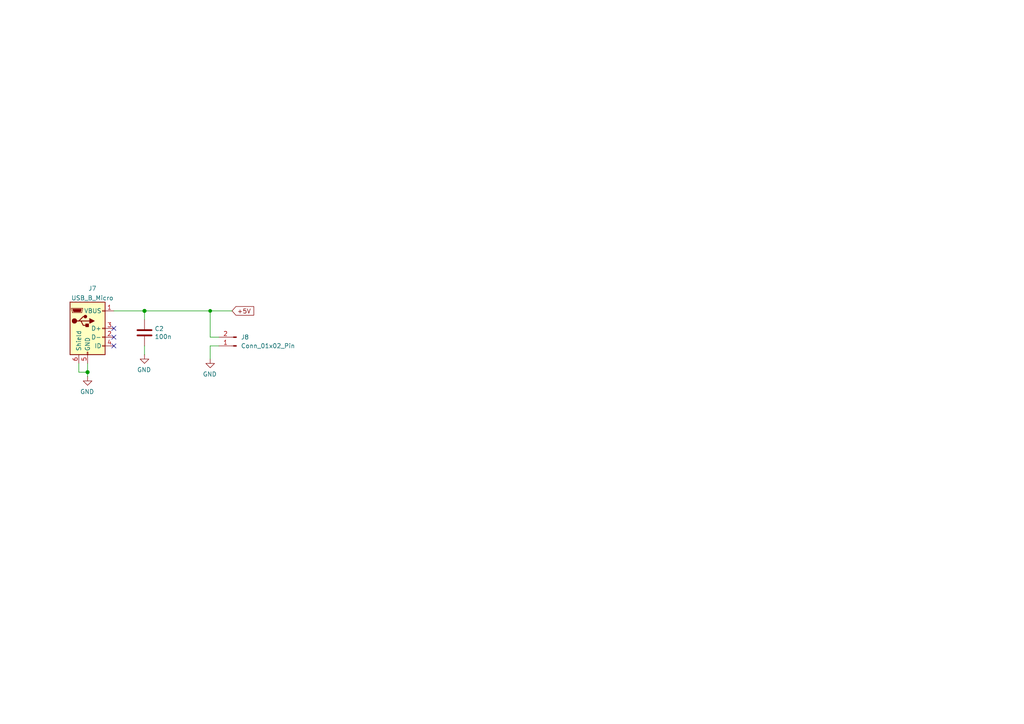
<source format=kicad_sch>
(kicad_sch (version 20231120) (generator "eeschema") (generator_version "8.0")
  (paper "A4")
  (lib_symbols
    (symbol "Connector:Conn_01x02_Pin" (pin_names (offset 1.016) hide)
      (property "Reference" "J" (at 0 2.54 0))
      (property "Value" "Conn_01x02_Pin" (at 0 -5.08 0))
      (symbol "Conn_01x02_Pin_1_1"
        (polyline (pts (xy 1.27 -2.54) (xy 0.8636 -2.54)) (stroke (width 0.1524)))
        (polyline (pts (xy 1.27 0) (xy 0.8636 0)) (stroke (width 0.1524)))
        (rectangle (start 0.8636 -2.413) (end 0 -2.667) (stroke (width 0.1524)) (fill (type outline)))
        (rectangle (start 0.8636 0.127) (end 0 -0.127) (stroke (width 0.1524)) (fill (type outline)))
        (pin passive line (at 5.08 0 180) (length 3.81) (name "Pin_1") (number "1"))
        (pin passive line (at 5.08 -2.54 180) (length 3.81) (name "Pin_2") (number "2"))
      )
    )
    (symbol "Connector:USB_B_Micro" (pin_names (offset 1.016))
      (property "Reference" "J" (at -5.08 11.43 0))
      (property "Value" "USB_B_Micro" (at -5.08 8.89 0))
      (symbol "USB_B_Micro_0_1"
        (rectangle (start -5.08 -7.62) (end 5.08 7.62) (stroke (width 0.254)) (fill (type background)))
        (circle (center -3.81 2.159) (radius 0.635) (stroke (width 0.254)) (fill (type outline)))
        (circle (center -0.635 3.429) (radius 0.381) (stroke (width 0.254)) (fill (type outline)))
        (rectangle (start -0.127 -7.62) (end 0.127 -6.858))
        (polyline (pts (xy -1.905 2.159) (xy 0.635 2.159)) (stroke (width 0.254)))
        (polyline (pts (xy -3.175 2.159) (xy -2.54 2.159) (xy -1.27 3.429) (xy -0.635 3.429)) (stroke (width 0.254)))
        (polyline (pts (xy -2.54 2.159) (xy -1.905 2.159) (xy -1.27 0.889) (xy 0 0.889)) (stroke (width 0.254)))
        (polyline (pts (xy 0.635 2.794) (xy 0.635 1.524) (xy 1.905 2.159) (xy 0.635 2.794)) (stroke (width 0.254)) (fill (type outline)))
        (polyline (pts (xy -4.318 5.588) (xy -1.778 5.588) (xy -2.032 4.826) (xy -4.064 4.826) (xy -4.318 5.588)) (fill (type outline)))
        (polyline (pts (xy -4.699 5.842) (xy -4.699 5.588) (xy -4.445 4.826) (xy -4.445 4.572) (xy -1.651 4.572) (xy -1.651 4.826) (xy -1.397 5.588) (xy -1.397 5.842) (xy -4.699 5.842)))
        (rectangle (start 0.254 1.27) (end -0.508 0.508) (stroke (width 0.254)) (fill (type outline)))
        (rectangle (start 5.08 -5.207) (end 4.318 -4.953))
        (rectangle (start 5.08 -2.667) (end 4.318 -2.413))
        (rectangle (start 5.08 -0.127) (end 4.318 0.127))
        (rectangle (start 5.08 4.953) (end 4.318 5.207))
      )
      (symbol "USB_B_Micro_1_1"
        (pin power_out line (at 7.62 5.08 180) (length 2.54) (name "VBUS") (number "1"))
        (pin bidirectional line (at 7.62 -2.54 180) (length 2.54) (name "D-") (number "2"))
        (pin bidirectional line (at 7.62 0 180) (length 2.54) (name "D+") (number "3"))
        (pin passive line (at 7.62 -5.08 180) (length 2.54) (name "ID") (number "4"))
        (pin power_out line (at 0 -10.16 90) (length 2.54) (name "GND") (number "5"))
        (pin passive line (at -2.54 -10.16 90) (length 2.54) (name "Shield") (number "6"))
      )
    )
    (symbol "Device:C" (pin_numbers hide) (pin_names (offset 0.254))
      (property "Reference" "C" (at 0.635 2.54 0))
      (property "Value" "C" (at 0.635 -2.54 0))
      (symbol "C_0_1"
        (polyline (pts (xy -2.032 -0.762) (xy 2.032 -0.762)) (stroke (width 0.508)))
        (polyline (pts (xy -2.032 0.762) (xy 2.032 0.762)) (stroke (width 0.508)))
      )
      (symbol "C_1_1"
        (pin passive line (at 0 3.81 270) (length 2.794) (name "~") (number "1"))
        (pin passive line (at 0 -3.81 90) (length 2.794) (name "~") (number "2"))
      )
    )
    (symbol "power:GND" (power) (pin_numbers hide) (pin_names (offset 0) hide)
      (property "Value" "GND" (at 0 -3.81 0))
      (symbol "GND_0_1"
        (polyline (pts (xy 0 0) (xy 0 -1.27) (xy 1.27 -1.27) (xy 0 -2.54) (xy -1.27 -1.27) (xy 0 -1.27)))
      )
      (symbol "GND_1_1"
        (pin power_in line (at 0 0 270) (length 0) (name "~") (number "1"))
      )
    )
  )
  (junction (at 25.4 107.95) (diameter 1.016))
  (junction (at 60.96 90.17))
  (junction (at 41.91 90.17) (diameter 1.016))
  (no_connect (at 33.02 100.33))
  (no_connect (at 33.02 95.25))
  (no_connect (at 33.02 97.79))
  (wire (pts (xy 22.86 105.41) (xy 22.86 107.95)))
  (wire (pts (xy 41.91 90.17) (xy 60.96 90.17)))
  (wire (pts (xy 60.96 90.17) (xy 67.31 90.17)))
  (wire (pts (xy 33.02 90.17) (xy 41.91 90.17)))
  (wire (pts (xy 60.96 100.33) (xy 60.96 104.14)))
  (wire (pts (xy 41.91 100.33) (xy 41.91 102.87)))
  (wire (pts (xy 25.4 107.95) (xy 25.4 109.22)))
  (wire (pts (xy 63.5 97.79) (xy 60.96 97.79)))
  (wire (pts (xy 25.4 105.41) (xy 25.4 107.95)))
  (wire (pts (xy 60.96 97.79) (xy 60.96 90.17)))
  (wire (pts (xy 41.91 92.71) (xy 41.91 90.17)))
  (wire (pts (xy 22.86 107.95) (xy 25.4 107.95)))
  (wire (pts (xy 63.5 100.33) (xy 60.96 100.33)))
  (global_label "+5V" (shape input) (at 67.31 90.17 0) (property "Intersheetrefs" "${INTERSHEET_REFS}" (effects (hide yes))))
  (symbol (lib_id "power:GND") (at 25.4 109.22 0) (mirror y) (unit 1)
    (property "Reference" "#PWR011" (effects (hide yes)))
    (property "Value" "GND" (at 25.273 113.6142 0))
    (property "Description" "Power symbol creates a global label with name \"GND\" , ground" (effects (hide yes)))
  )
  (symbol (lib_id "power:GND") (at 41.91 102.87 0) (mirror y) (unit 1)
    (property "Reference" "#PWR012" (effects (hide yes)))
    (property "Value" "GND" (at 41.783 107.2642 0))
    (property "Description" "Power symbol creates a global label with name \"GND\" , ground" (effects (hide yes)))
  )
  (symbol (lib_id "Device:C") (at 41.91 96.52 0) (mirror y) (unit 1)
    (property "Reference" "C2" (at 44.831 95.3516 0) (effects (justify right)))
    (property "Value" "100n" (at 44.831 97.663 0) (effects (justify right)))
    (property "Footprint" "Capacitor_SMD:C_0805_2012Metric_Pad1.18x1.45mm_HandSolder" (effects (hide yes)))
  )
  (symbol (lib_id "Connector:Conn_01x02_Pin") (at 68.58 100.33 180) (unit 1)
    (property "Reference" "J8" (at 69.85 97.7899 0) (effects (justify right)))
    (property "Value" "Conn_01x02_Pin" (at 69.85 100.3299 0) (effects (justify right)))
    (property "Footprint" "Connector_PinSocket_2.54mm:PinSocket_1x02_P2.54mm_Horizontal" (effects (hide yes)))
    (property "Description" "Generic connector, single row, 01x02, script generated" (effects (hide yes)))
  )
  (symbol (lib_id "power:GND") (at 60.96 104.14 0) (mirror y) (unit 1)
    (property "Reference" "#PWR013" (effects (hide yes)))
    (property "Value" "GND" (at 60.833 108.5342 0))
    (property "Description" "Power symbol creates a global label with name \"GND\" , ground" (effects (hide yes)))
  )
  (symbol (lib_id "Connector:USB_B_Micro") (at 25.4 95.25 0) (unit 1)
    (property "Reference" "J7" (at 26.797 83.6634 0))
    (property "Value" "USB_B_Micro" (at 26.797 86.4385 0))
    (property "Footprint" "Connector_USB:USB_Micro-B_Molex-105017-0001" (effects (hide yes)))
    (property "Description" "USB Micro Type B connector" (effects (hide yes)))
  )
)
</source>
